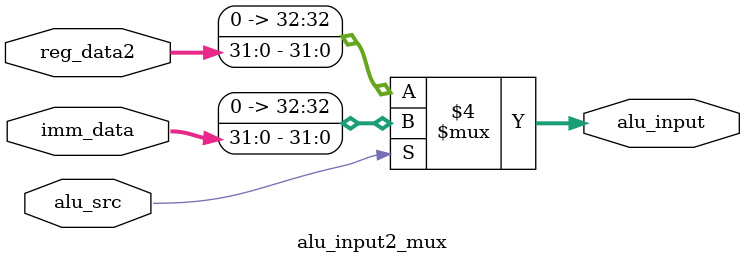
<source format=v>
`timescale 1ns / 1ps


module alu_input2_mux(
    input wire [31:0] reg_data2,
    input wire [31:0] imm_data,
    input wire [0:0] alu_src,
    output reg [32:0] alu_input
    );
    always @(*) begin
        if(alu_src == 1'b0) begin
            alu_input = reg_data2;
        end
        else begin
            alu_input = imm_data;
        end
    end
    
endmodule

</source>
